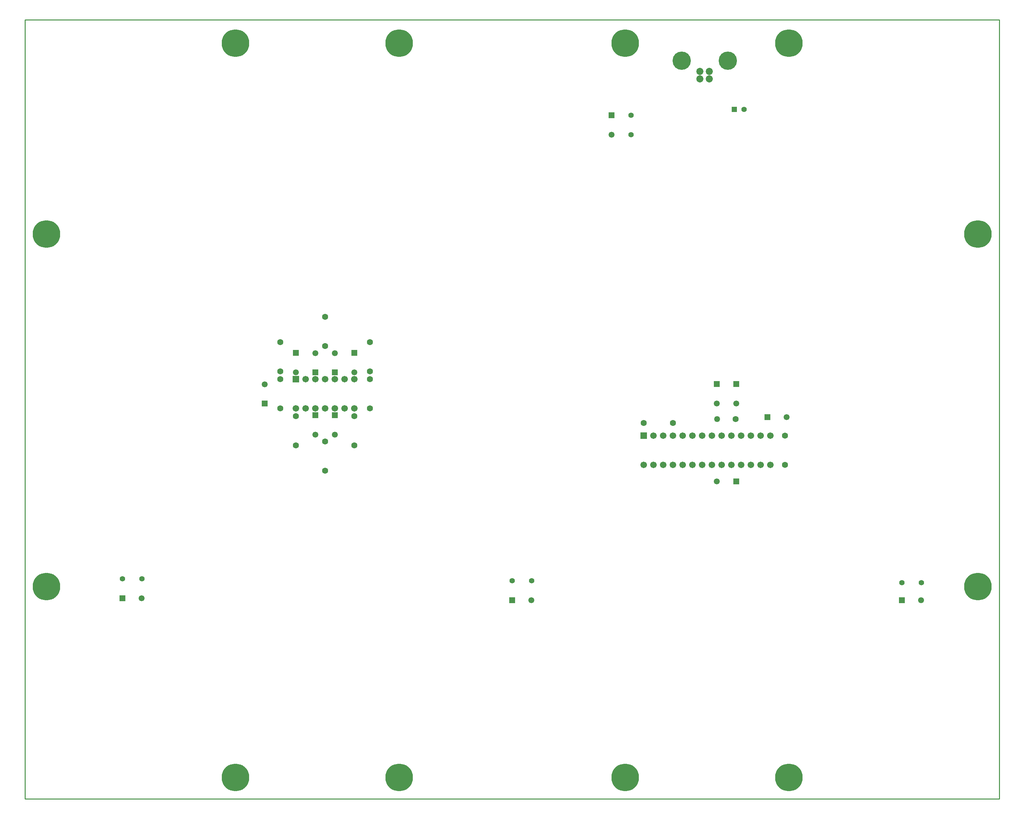
<source format=gts>
%FSLAX23Y23*%
%MOIN*%
G70*
G01*
G75*
%ADD10C,0.020*%
%ADD11R,1.800X1.800*%
%ADD12C,0.010*%
%ADD13C,0.275*%
%ADD14C,0.180*%
%ADD15C,0.065*%
%ADD16R,0.047X0.047*%
%ADD17C,0.047*%
%ADD18R,0.053X0.053*%
%ADD19C,0.053*%
%ADD20C,0.055*%
%ADD21P,0.055X8X0*%
%ADD22C,0.059*%
%ADD23R,0.059X0.059*%
%ADD24C,0.008*%
%ADD25C,0.006*%
%ADD26C,0.283*%
%ADD27C,0.188*%
%ADD28C,0.073*%
%ADD29R,0.055X0.055*%
%ADD30C,0.055*%
%ADD31R,0.061X0.061*%
%ADD32C,0.061*%
%ADD33C,0.063*%
%ADD34P,0.063X8X0*%
%ADD35C,0.067*%
%ADD36R,0.067X0.067*%
D12*
X10000D01*
Y8000D01*
X0D02*
X10000D01*
X0Y0D02*
Y8000D01*
D26*
X2160Y220D02*
D03*
X220Y2180D02*
D03*
X3840Y220D02*
D03*
X220Y5800D02*
D03*
X2160Y7760D02*
D03*
X3840D02*
D03*
X6160Y220D02*
D03*
X7840D02*
D03*
X9780Y2180D02*
D03*
X6160Y7760D02*
D03*
X9780Y5800D02*
D03*
X7840Y7760D02*
D03*
D27*
X6740Y7580D02*
D03*
X7214D02*
D03*
D28*
X6928Y7473D02*
D03*
Y7395D02*
D03*
X7026D02*
D03*
Y7473D02*
D03*
D29*
X7280Y7080D02*
D03*
D30*
X7380D02*
D03*
X5200Y2240D02*
D03*
X5000D02*
D03*
X6220Y6820D02*
D03*
Y7020D02*
D03*
X1200Y2260D02*
D03*
X1000D02*
D03*
X9200Y2220D02*
D03*
X9000D02*
D03*
D31*
X2460Y4060D02*
D03*
X7300Y3260D02*
D03*
X5000Y2040D02*
D03*
X6020Y7020D02*
D03*
X1000Y2060D02*
D03*
X9000Y2040D02*
D03*
X7100Y4260D02*
D03*
X7300D02*
D03*
X7620Y3920D02*
D03*
X2980Y3940D02*
D03*
X3180D02*
D03*
X2980Y4380D02*
D03*
X3380Y4580D02*
D03*
X3180Y4380D02*
D03*
X2780Y4580D02*
D03*
D32*
X2460Y4257D02*
D03*
X7103Y3260D02*
D03*
X5197Y2040D02*
D03*
X6020Y6823D02*
D03*
X1197Y2060D02*
D03*
X9197Y2040D02*
D03*
X7100Y4063D02*
D03*
X7300D02*
D03*
X7817Y3920D02*
D03*
X2980Y3743D02*
D03*
X3180D02*
D03*
X2980Y4577D02*
D03*
X3380Y4383D02*
D03*
X3180Y4577D02*
D03*
X2780Y4383D02*
D03*
D33*
X6650Y3860D02*
D03*
X6350D02*
D03*
X7800Y3430D02*
D03*
Y3730D02*
D03*
X7296Y3900D02*
D03*
X2780Y3930D02*
D03*
Y3630D02*
D03*
X2620Y4010D02*
D03*
Y4310D02*
D03*
Y4390D02*
D03*
Y4690D02*
D03*
X3080Y3670D02*
D03*
Y3370D02*
D03*
X3380Y3930D02*
D03*
Y3630D02*
D03*
X3540Y4010D02*
D03*
Y4310D02*
D03*
Y4390D02*
D03*
Y4690D02*
D03*
X3080Y4650D02*
D03*
Y4950D02*
D03*
D34*
X7104Y3900D02*
D03*
D35*
X7650Y3430D02*
D03*
X7550D02*
D03*
X7450D02*
D03*
X7350D02*
D03*
X7250D02*
D03*
X7150D02*
D03*
X7050D02*
D03*
X6950D02*
D03*
X6850D02*
D03*
X6750D02*
D03*
X6650D02*
D03*
X6550D02*
D03*
X6450D02*
D03*
X6350D02*
D03*
X7650Y3730D02*
D03*
X7550D02*
D03*
X7450D02*
D03*
X7350D02*
D03*
X7250D02*
D03*
X7150D02*
D03*
X7050D02*
D03*
X6950D02*
D03*
X6850D02*
D03*
X6750D02*
D03*
X6650D02*
D03*
X6550D02*
D03*
X6450D02*
D03*
X3380Y4010D02*
D03*
X3280D02*
D03*
X3180D02*
D03*
X3080D02*
D03*
X2980D02*
D03*
X2880D02*
D03*
X2780D02*
D03*
X3380Y4310D02*
D03*
X3280D02*
D03*
X3180D02*
D03*
X3080D02*
D03*
X2980D02*
D03*
X2880D02*
D03*
D36*
X6350Y3730D02*
D03*
X2780Y4310D02*
D03*
M02*

</source>
